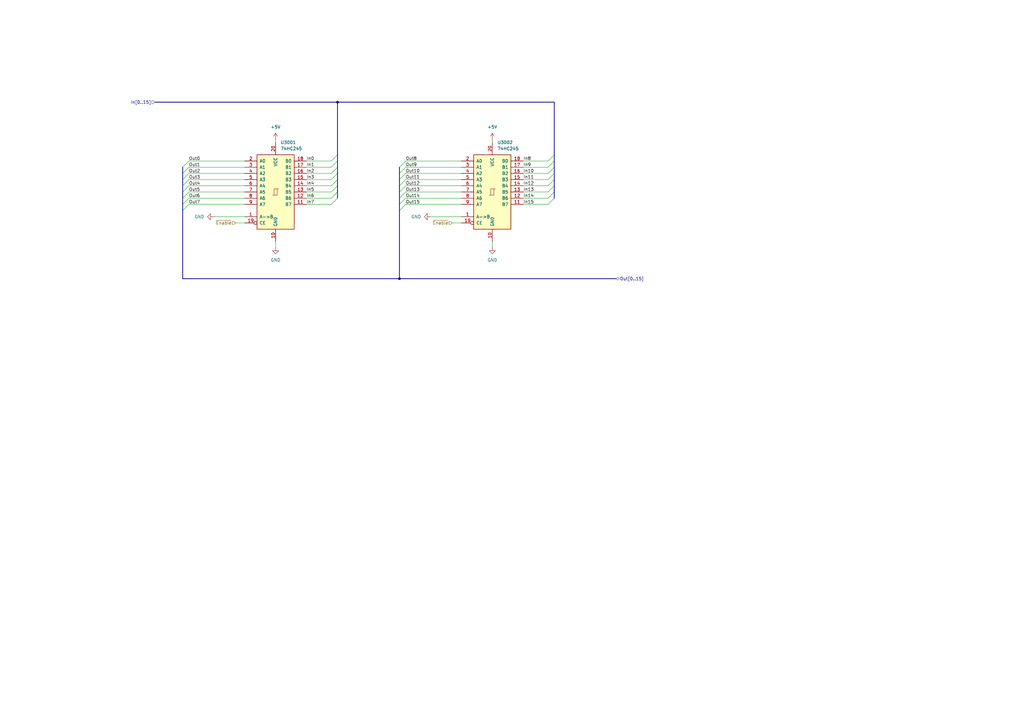
<source format=kicad_sch>
(kicad_sch (version 20231120) (generator "eeschema") (generator_version "8.0")
  (paper "A3")
  (lib_symbols
    (symbol "74xx:74HC245" (pin_names (offset 1.016))
      (property "Reference" "U" (at -7.62 16.51 0))
      (property "Value" "74HC245" (at -7.62 -16.51 0))
      (symbol "74HC245_1_0"
        (polyline (pts (xy -0.635 -1.27) (xy -0.635 1.27) (xy 0.635 1.27)))
        (polyline (pts (xy -1.27 -1.27) (xy 0.635 -1.27) (xy 0.635 1.27) (xy 1.27 1.27)))
        (pin input line (at -12.7 -10.16 0) (length 5.08) (name "A->B") (number "1"))
        (pin power_in line (at 0 -20.32 90) (length 5.08) (name "GND") (number "10"))
        (pin tri_state line (at 12.7 -5.08 180) (length 5.08) (name "B7") (number "11"))
        (pin tri_state line (at 12.7 -2.54 180) (length 5.08) (name "B6") (number "12"))
        (pin tri_state line (at 12.7 0 180) (length 5.08) (name "B5") (number "13"))
        (pin tri_state line (at 12.7 2.54 180) (length 5.08) (name "B4") (number "14"))
        (pin tri_state line (at 12.7 5.08 180) (length 5.08) (name "B3") (number "15"))
        (pin tri_state line (at 12.7 7.62 180) (length 5.08) (name "B2") (number "16"))
        (pin tri_state line (at 12.7 10.16 180) (length 5.08) (name "B1") (number "17"))
        (pin tri_state line (at 12.7 12.7 180) (length 5.08) (name "B0") (number "18"))
        (pin input inverted (at -12.7 -12.7 0) (length 5.08) (name "CE") (number "19"))
        (pin tri_state line (at -12.7 12.7 0) (length 5.08) (name "A0") (number "2"))
        (pin power_in line (at 0 20.32 270) (length 5.08) (name "VCC") (number "20"))
        (pin tri_state line (at -12.7 10.16 0) (length 5.08) (name "A1") (number "3"))
        (pin tri_state line (at -12.7 7.62 0) (length 5.08) (name "A2") (number "4"))
        (pin tri_state line (at -12.7 5.08 0) (length 5.08) (name "A3") (number "5"))
        (pin tri_state line (at -12.7 2.54 0) (length 5.08) (name "A4") (number "6"))
        (pin tri_state line (at -12.7 0 0) (length 5.08) (name "A5") (number "7"))
        (pin tri_state line (at -12.7 -2.54 0) (length 5.08) (name "A6") (number "8"))
        (pin tri_state line (at -12.7 -5.08 0) (length 5.08) (name "A7") (number "9"))
      )
      (symbol "74HC245_1_1"
        (rectangle (start -7.62 15.24) (end 7.62 -15.24) (stroke (width 0.254)) (fill (type background)))
      )
    )
    (symbol "power:+5V" (power) (pin_numbers hide) (pin_names (offset 0) hide)
      (property "Value" "+5V" (at 0 3.556 0))
      (symbol "+5V_0_1"
        (polyline (pts (xy -0.762 1.27) (xy 0 2.54)))
        (polyline (pts (xy 0 0) (xy 0 2.54)))
        (polyline (pts (xy 0 2.54) (xy 0.762 1.27)))
      )
      (symbol "+5V_1_1"
        (pin power_in line (at 0 0 90) (length 0) (name "~") (number "1"))
      )
    )
    (symbol "power:GND" (power) (pin_numbers hide) (pin_names (offset 0) hide)
      (property "Value" "GND" (at 0 -3.81 0))
      (symbol "GND_0_1"
        (polyline (pts (xy 0 0) (xy 0 -1.27) (xy 1.27 -1.27) (xy 0 -2.54) (xy -1.27 -1.27) (xy 0 -1.27)))
      )
      (symbol "GND_1_1"
        (pin power_in line (at 0 0 270) (length 0) (name "~") (number "1"))
      )
    )
  )
  (junction (at 163.83 114.3))
  (junction (at 138.43 41.91))
  (bus_entry (at 227.33 71.12) (size -2.54 2.54))
  (bus_entry (at 163.83 86.36) (size 2.54 -2.54))
  (bus_entry (at 138.43 63.5) (size -2.54 2.54))
  (bus_entry (at 163.83 68.58) (size 2.54 -2.54))
  (bus_entry (at 74.93 76.2) (size 2.54 -2.54))
  (bus_entry (at 138.43 68.58) (size -2.54 2.54))
  (bus_entry (at 227.33 78.74) (size -2.54 2.54))
  (bus_entry (at 74.93 71.12) (size 2.54 -2.54))
  (bus_entry (at 74.93 68.58) (size 2.54 -2.54))
  (bus_entry (at 138.43 66.04) (size -2.54 2.54))
  (bus_entry (at 163.83 83.82) (size 2.54 -2.54))
  (bus_entry (at 227.33 68.58) (size -2.54 2.54))
  (bus_entry (at 227.33 63.5) (size -2.54 2.54))
  (bus_entry (at 74.93 83.82) (size 2.54 -2.54))
  (bus_entry (at 74.93 86.36) (size 2.54 -2.54))
  (bus_entry (at 227.33 76.2) (size -2.54 2.54))
  (bus_entry (at 138.43 76.2) (size -2.54 2.54))
  (bus_entry (at 138.43 71.12) (size -2.54 2.54))
  (bus_entry (at 138.43 78.74) (size -2.54 2.54))
  (bus_entry (at 163.83 76.2) (size 2.54 -2.54))
  (bus_entry (at 163.83 73.66) (size 2.54 -2.54))
  (bus_entry (at 227.33 81.28) (size -2.54 2.54))
  (bus_entry (at 163.83 78.74) (size 2.54 -2.54))
  (bus_entry (at 138.43 73.66) (size -2.54 2.54))
  (bus_entry (at 74.93 78.74) (size 2.54 -2.54))
  (bus_entry (at 138.43 81.28) (size -2.54 2.54))
  (bus_entry (at 74.93 81.28) (size 2.54 -2.54))
  (bus_entry (at 163.83 71.12) (size 2.54 -2.54))
  (bus_entry (at 74.93 73.66) (size 2.54 -2.54))
  (bus_entry (at 227.33 73.66) (size -2.54 2.54))
  (bus_entry (at 163.83 81.28) (size 2.54 -2.54))
  (bus_entry (at 227.33 66.04) (size -2.54 2.54))
  (bus (pts (xy 74.93 83.82) (xy 74.93 86.36)))
  (bus (pts (xy 163.83 78.74) (xy 163.83 81.28)))
  (bus (pts (xy 163.83 114.3) (xy 252.73 114.3)))
  (wire (pts (xy 214.63 83.82) (xy 224.79 83.82)))
  (bus (pts (xy 163.83 68.58) (xy 163.83 71.12)))
  (wire (pts (xy 166.37 83.82) (xy 189.23 83.82)))
  (wire (pts (xy 96.52 91.44) (xy 100.33 91.44)))
  (bus (pts (xy 74.93 81.28) (xy 74.93 83.82)))
  (wire (pts (xy 214.63 73.66) (xy 224.79 73.66)))
  (bus (pts (xy 138.43 78.74) (xy 138.43 81.28)))
  (wire (pts (xy 77.47 83.82) (xy 100.33 83.82)))
  (wire (pts (xy 166.37 78.74) (xy 189.23 78.74)))
  (wire (pts (xy 113.03 101.6) (xy 113.03 99.06)))
  (wire (pts (xy 201.93 57.15) (xy 201.93 58.42)))
  (wire (pts (xy 77.47 81.28) (xy 100.33 81.28)))
  (bus (pts (xy 163.83 83.82) (xy 163.83 86.36)))
  (wire (pts (xy 166.37 76.2) (xy 189.23 76.2)))
  (bus (pts (xy 138.43 71.12) (xy 138.43 73.66)))
  (bus (pts (xy 74.93 78.74) (xy 74.93 81.28)))
  (bus (pts (xy 138.43 63.5) (xy 138.43 66.04)))
  (wire (pts (xy 166.37 66.04) (xy 189.23 66.04)))
  (wire (pts (xy 77.47 73.66) (xy 100.33 73.66)))
  (bus (pts (xy 74.93 68.58) (xy 74.93 71.12)))
  (bus (pts (xy 163.83 71.12) (xy 163.83 73.66)))
  (bus (pts (xy 163.83 81.28) (xy 163.83 83.82)))
  (bus (pts (xy 74.93 71.12) (xy 74.93 73.66)))
  (wire (pts (xy 125.73 76.2) (xy 135.89 76.2)))
  (wire (pts (xy 214.63 78.74) (xy 224.79 78.74)))
  (wire (pts (xy 214.63 66.04) (xy 224.79 66.04)))
  (bus (pts (xy 227.33 63.5) (xy 227.33 66.04)))
  (wire (pts (xy 166.37 73.66) (xy 189.23 73.66)))
  (wire (pts (xy 77.47 76.2) (xy 100.33 76.2)))
  (wire (pts (xy 113.03 57.15) (xy 113.03 58.42)))
  (bus (pts (xy 227.33 78.74) (xy 227.33 81.28)))
  (wire (pts (xy 87.63 88.9) (xy 100.33 88.9)))
  (wire (pts (xy 201.93 101.6) (xy 201.93 99.06)))
  (wire (pts (xy 77.47 68.58) (xy 100.33 68.58)))
  (wire (pts (xy 176.53 88.9) (xy 189.23 88.9)))
  (wire (pts (xy 77.47 66.04) (xy 100.33 66.04)))
  (bus (pts (xy 63.5 41.91) (xy 138.43 41.91)))
  (bus (pts (xy 227.33 66.04) (xy 227.33 68.58)))
  (bus (pts (xy 138.43 41.91) (xy 138.43 63.5)))
  (bus (pts (xy 138.43 68.58) (xy 138.43 71.12)))
  (bus (pts (xy 74.93 76.2) (xy 74.93 78.74)))
  (wire (pts (xy 125.73 68.58) (xy 135.89 68.58)))
  (wire (pts (xy 125.73 78.74) (xy 135.89 78.74)))
  (bus (pts (xy 227.33 68.58) (xy 227.33 71.12)))
  (bus (pts (xy 74.93 86.36) (xy 74.93 114.3)))
  (wire (pts (xy 125.73 81.28) (xy 135.89 81.28)))
  (bus (pts (xy 163.83 73.66) (xy 163.83 76.2)))
  (bus (pts (xy 138.43 73.66) (xy 138.43 76.2)))
  (bus (pts (xy 163.83 76.2) (xy 163.83 78.74)))
  (bus (pts (xy 227.33 76.2) (xy 227.33 78.74)))
  (wire (pts (xy 214.63 76.2) (xy 224.79 76.2)))
  (wire (pts (xy 77.47 78.74) (xy 100.33 78.74)))
  (bus (pts (xy 74.93 73.66) (xy 74.93 76.2)))
  (bus (pts (xy 227.33 71.12) (xy 227.33 73.66)))
  (bus (pts (xy 163.83 86.36) (xy 163.83 114.3)))
  (bus (pts (xy 74.93 114.3) (xy 163.83 114.3)))
  (wire (pts (xy 125.73 71.12) (xy 135.89 71.12)))
  (bus (pts (xy 138.43 76.2) (xy 138.43 78.74)))
  (wire (pts (xy 166.37 68.58) (xy 189.23 68.58)))
  (bus (pts (xy 138.43 66.04) (xy 138.43 68.58)))
  (wire (pts (xy 125.73 83.82) (xy 135.89 83.82)))
  (wire (pts (xy 185.42 91.44) (xy 189.23 91.44)))
  (wire (pts (xy 77.47 71.12) (xy 100.33 71.12)))
  (wire (pts (xy 214.63 71.12) (xy 224.79 71.12)))
  (wire (pts (xy 214.63 68.58) (xy 224.79 68.58)))
  (wire (pts (xy 166.37 81.28) (xy 189.23 81.28)))
  (bus (pts (xy 227.33 73.66) (xy 227.33 76.2)))
  (bus (pts (xy 138.43 41.91) (xy 227.33 41.91)))
  (wire (pts (xy 166.37 71.12) (xy 189.23 71.12)))
  (wire (pts (xy 125.73 73.66) (xy 135.89 73.66)))
  (wire (pts (xy 125.73 66.04) (xy 135.89 66.04)))
  (wire (pts (xy 214.63 81.28) (xy 224.79 81.28)))
  (bus (pts (xy 227.33 41.91) (xy 227.33 63.5)))
  (label "Out14" (at 166.37 81.28 0))
  (label "Out6" (at 77.47 81.28 0))
  (label "Out11" (at 166.37 73.66 0))
  (label "In7" (at 125.73 83.82 0))
  (label "Out2" (at 77.47 71.12 0))
  (label "In10" (at 214.63 71.12 0))
  (label "In0" (at 125.73 66.04 0))
  (label "Out4" (at 77.47 76.2 0))
  (label "In14" (at 214.63 81.28 0))
  (label "Out10" (at 166.37 71.12 0))
  (label "Out5" (at 77.47 78.74 0))
  (label "In2" (at 125.73 71.12 0))
  (label "Out12" (at 166.37 76.2 0))
  (label "In5" (at 125.73 78.74 0))
  (label "In6" (at 125.73 81.28 0))
  (label "In3" (at 125.73 73.66 0))
  (label "In4" (at 125.73 76.2 0))
  (label "In9" (at 214.63 68.58 0))
  (label "Out3" (at 77.47 73.66 0))
  (label "In11" (at 214.63 73.66 0))
  (label "Out9" (at 166.37 68.58 0))
  (label "Out1" (at 77.47 68.58 0))
  (label "Out8" (at 166.37 66.04 0))
  (label "In13" (at 214.63 78.74 0))
  (label "In1" (at 125.73 68.58 0))
  (label "Out15" (at 166.37 83.82 0))
  (label "In12" (at 214.63 76.2 0))
  (label "In8" (at 214.63 66.04 0))
  (label "Out13" (at 166.37 78.74 0))
  (label "Out0" (at 77.47 66.04 0))
  (label "In15" (at 214.63 83.82 0))
  (label "Out7" (at 77.47 83.82 0))
  (hierarchical_label "~{Enable}" (shape input) (at 185.42 91.44 180))
  (hierarchical_label "~{Enable}" (shape input) (at 96.52 91.44 180))
  (hierarchical_label "In[0..15]" (shape input) (at 63.5 41.91 180))
  (hierarchical_label "Out[0..15]" (shape tri_state) (at 252.73 114.3 0))
  (symbol (lib_id "74xx:74HC245") (at 113.03 78.74 0) (unit 1)
    (property "Reference" "U2001" (at 115.0494 58.42 0) (effects (justify left)))
    (property "Value" "74HC245" (at 115.0494 60.96 0) (effects (justify left)))
    (property "Footprint" "Package_SO:SOIC-20W_7.5x12.8mm_P1.27mm" (effects (hide yes)))
    (property "Datasheet" "http://www.ti.com/lit/gpn/sn74HC245" (effects (hide yes)))
    (property "LCSC" "C5625" (effects (hide yes)))
    (instances (project "Program Counter" (path "" (reference "U3001") (unit 1)) (path "" (reference "U2001") (unit 1)) (path "" (reference "U4001") (unit 1))))
  )
  (symbol (lib_id "power:+5V") (at 113.03 57.15 0) (unit 1)
    (property "Reference" "#PWR02002" (effects (hide yes)))
    (property "Value" "+5V" (at 113.03 52.07 0))
    (property "Description" "Power symbol creates a global label with name \"+5V\"" (effects (hide yes)))
    (instances (project "Program Counter" (path "" (reference "#PWR03002") (unit 1)) (path "" (reference "#PWR02002") (unit 1)) (path "" (reference "#PWR04002") (unit 1))))
  )
  (symbol (lib_id "power:GND") (at 113.03 101.6 0) (unit 1)
    (property "Reference" "#PWR02003" (effects (hide yes)))
    (property "Value" "GND" (at 113.03 106.68 0))
    (property "Description" "Power symbol creates a global label with name \"GND\" , ground" (effects (hide yes)))
    (instances (project "Program Counter" (path "" (reference "#PWR03003") (unit 1)) (path "" (reference "#PWR02003") (unit 1)) (path "" (reference "#PWR04003") (unit 1))))
  )
  (symbol (lib_id "power:GND") (at 176.53 88.9 270) (unit 1)
    (property "Reference" "#PWR02004" (effects (hide yes)))
    (property "Value" "GND" (at 172.72 88.8999 90) (effects (justify right)))
    (property "Description" "Power symbol creates a global label with name \"GND\" , ground" (effects (hide yes)))
    (instances (project "Program Counter" (path "" (reference "#PWR03004") (unit 1)) (path "" (reference "#PWR02004") (unit 1)) (path "" (reference "#PWR04004") (unit 1))))
  )
  (symbol (lib_id "power:GND") (at 87.63 88.9 270) (unit 1)
    (property "Reference" "#PWR02001" (effects (hide yes)))
    (property "Value" "GND" (at 83.82 88.8999 90) (effects (justify right)))
    (property "Description" "Power symbol creates a global label with name \"GND\" , ground" (effects (hide yes)))
    (instances (project "Program Counter" (path "" (reference "#PWR03001") (unit 1)) (path "" (reference "#PWR02001") (unit 1)) (path "" (reference "#PWR04001") (unit 1))))
  )
  (symbol (lib_id "74xx:74HC245") (at 201.93 78.74 0) (unit 1)
    (property "Reference" "U2002" (at 203.9494 58.42 0) (effects (justify left)))
    (property "Value" "74HC245" (at 203.9494 60.96 0) (effects (justify left)))
    (property "Footprint" "Package_SO:SOIC-20W_7.5x12.8mm_P1.27mm" (effects (hide yes)))
    (property "Datasheet" "http://www.ti.com/lit/gpn/sn74HC245" (effects (hide yes)))
    (property "LCSC" "C5625" (effects (hide yes)))
    (instances (project "Program Counter" (path "" (reference "U3002") (unit 1)) (path "" (reference "U2002") (unit 1)) (path "" (reference "U4002") (unit 1))))
  )
  (symbol (lib_id "power:GND") (at 201.93 101.6 0) (unit 1)
    (property "Reference" "#PWR02006" (effects (hide yes)))
    (property "Value" "GND" (at 201.93 106.68 0))
    (property "Description" "Power symbol creates a global label with name \"GND\" , ground" (effects (hide yes)))
    (instances (project "Program Counter" (path "" (reference "#PWR03006") (unit 1)) (path "" (reference "#PWR02006") (unit 1)) (path "" (reference "#PWR04006") (unit 1))))
  )
  (symbol (lib_id "power:+5V") (at 201.93 57.15 0) (unit 1)
    (property "Reference" "#PWR02005" (effects (hide yes)))
    (property "Value" "+5V" (at 201.93 52.07 0))
    (property "Description" "Power symbol creates a global label with name \"+5V\"" (effects (hide yes)))
    (instances (project "Program Counter" (path "" (reference "#PWR03005") (unit 1)) (path "" (reference "#PWR02005") (unit 1)) (path "" (reference "#PWR04005") (unit 1))))
  )
)
</source>
